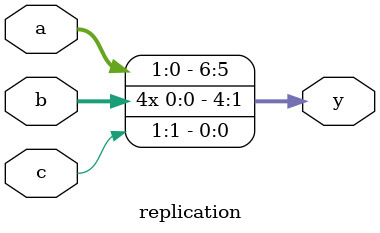
<source format=v>
 module replication(
input [1:0]a,
input [3:0]b,
input [1:0]c,
output[6:0]y);
assign y = {a,{4{b[0]}},c[1]};
endmodule 

</source>
